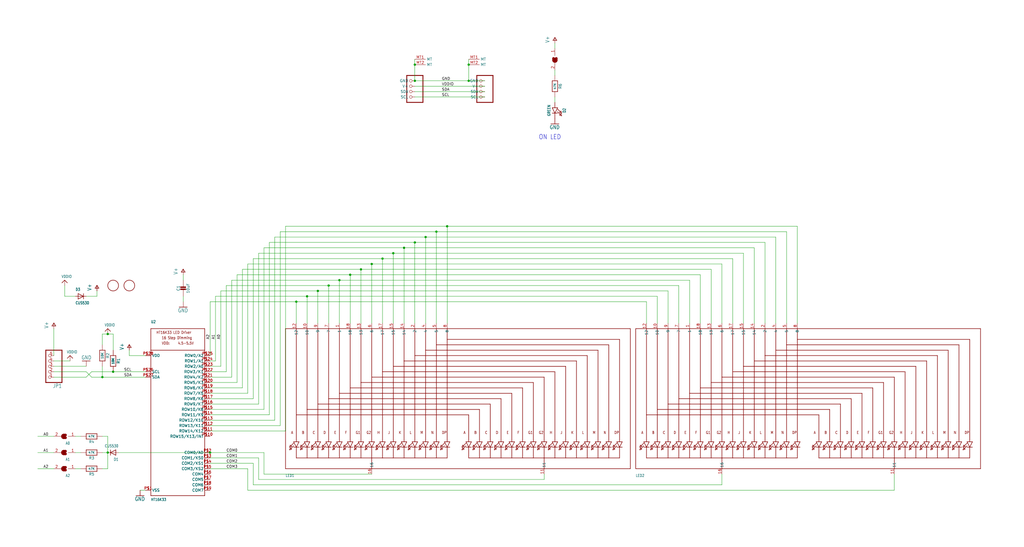
<source format=kicad_sch>
(kicad_sch (version 20230121) (generator eeschema)
  (paper "User" 482.803 257.835)
  (lib_symbols
    (symbol "working-eagle-import:CAP_CERAMIC0805-NOOUTLINE"
      (property "Reference" "C" (at -2.29 1.25 90))
      (symbol "CAP_CERAMIC0805-NOOUTLINE_1_0"
        (pin passive line (at 0 5.08 270) (length 2.54) (name "1") (number "1"))
        (pin passive line (at 0 -2.54 90) (length 2.54) (name "2") (number "2"))
      )
    )
    (symbol "working-eagle-import:DIODESOD-323F"
      (property "Reference" "D" (at -2.54 2.54 0))
      (symbol "DIODESOD-323F_1_0"
        (pin passive line (at -2.54 0 0) (length 2.54) (name "A") (number "A"))
        (pin passive line (at 2.54 0 180) (length 2.54) (name "C") (number "C"))
      )
    )
    (symbol "working-eagle-import:DISP_SEGMENT_STARBURST_DUAL_COMMONCATHODE"
      (property "Reference" "LED" (at -81.28 38.1 0))
      (symbol "DISP_SEGMENT_STARBURST_DUAL_COMMONCATHODE_1_0"
        (text "A" (at -78.74 17.78 0) (effects (font (size 1.27 1.0795)) (justify left bottom)))
        (text "A" (at 2.54 17.78 0) (effects (font (size 1.27 1.0795)) (justify left bottom)))
        (text "B" (at -73.66 17.78 0) (effects (font (size 1.27 1.0795)) (justify left bottom)))
        (text "B" (at 7.62 17.78 0) (effects (font (size 1.27 1.0795)) (justify left bottom)))
        (text "C" (at -68.58 17.78 0) (effects (font (size 1.27 1.0795)) (justify left bottom)))
        (text "C" (at 12.7 17.78 0) (effects (font (size 1.27 1.0795)) (justify left bottom)))
        (text "D" (at -63.5 17.78 0) (effects (font (size 1.27 1.0795)) (justify left bottom)))
        (text "D" (at 17.78 17.78 0) (effects (font (size 1.27 1.0795)) (justify left bottom)))
        (text "DP" (at -7.62 17.78 0) (effects (font (size 1.27 1.0795)) (justify left bottom)))
        (text "DP" (at 73.66 17.78 0) (effects (font (size 1.27 1.0795)) (justify left bottom)))
        (text "E" (at -58.42 17.78 0) (effects (font (size 1.27 1.0795)) (justify left bottom)))
        (text "E" (at 22.86 17.78 0) (effects (font (size 1.27 1.0795)) (justify left bottom)))
        (text "F" (at -53.34 17.78 0) (effects (font (size 1.27 1.0795)) (justify left bottom)))
        (text "F" (at 27.94 17.78 0) (effects (font (size 1.27 1.0795)) (justify left bottom)))
        (text "G1" (at -48.26 17.78 0) (effects (font (size 1.27 1.0795)) (justify left bottom)))
        (text "G1" (at 33.02 17.78 0) (effects (font (size 1.27 1.0795)) (justify left bottom)))
        (text "G2" (at -43.18 17.78 0) (effects (font (size 1.27 1.0795)) (justify left bottom)))
        (text "G2" (at 38.1 17.78 0) (effects (font (size 1.27 1.0795)) (justify left bottom)))
        (text "H" (at -38.1 17.78 0) (effects (font (size 1.27 1.0795)) (justify left bottom)))
        (text "H" (at 43.18 17.78 0) (effects (font (size 1.27 1.0795)) (justify left bottom)))
        (text "J" (at -33.02 17.78 0) (effects (font (size 1.27 1.0795)) (justify left bottom)))
        (text "J" (at 48.26 17.78 0) (effects (font (size 1.27 1.0795)) (justify left bottom)))
        (text "K" (at -27.94 17.78 0) (effects (font (size 1.27 1.0795)) (justify left bottom)))
        (text "K" (at 53.34 17.78 0) (effects (font (size 1.27 1.0795)) (justify left bottom)))
        (text "L" (at -22.86 17.78 0) (effects (font (size 1.27 1.0795)) (justify left bottom)))
        (text "L" (at 58.42 17.78 0) (effects (font (size 1.27 1.0795)) (justify left bottom)))
        (text "M" (at -17.78 17.78 0) (effects (font (size 1.27 1.0795)) (justify left bottom)))
        (text "M" (at 63.5 17.78 0) (effects (font (size 1.27 1.0795)) (justify left bottom)))
        (text "N" (at -12.7 17.78 0) (effects (font (size 1.27 1.0795)) (justify left bottom)))
        (text "N" (at 68.58 17.78 0) (effects (font (size 1.27 1.0795)) (justify left bottom)))
        (pin bidirectional line (at -55.88 -33.02 90) (length 2.54) (name "1") (number "1"))
        (pin bidirectional line (at -71.12 -33.02 90) (length 2.54) (name "10") (number "10"))
        (pin bidirectional line (at 40.64 38.1 270) (length 2.54) (name "11") (number "11"))
        (pin bidirectional line (at -76.2 -33.02 90) (length 2.54) (name "12") (number "12"))
        (pin bidirectional line (at -45.72 -33.02 90) (length 2.54) (name "13") (number "13"))
        (pin bidirectional line (at -25.4 -33.02 90) (length 2.54) (name "14") (number "14"))
        (pin bidirectional line (at -30.48 -33.02 90) (length 2.54) (name "15") (number "15"))
        (pin bidirectional line (at -40.64 38.1 270) (length 2.54) (name "16") (number "16"))
        (pin bidirectional line (at -35.56 -33.02 90) (length 2.54) (name "17") (number "17"))
        (pin bidirectional line (at -50.8 -33.02 90) (length 2.54) (name "18") (number "18"))
        (pin bidirectional line (at -20.32 -33.02 90) (length 2.54) (name "2") (number "2"))
        (pin bidirectional line (at -15.24 -33.02 90) (length 2.54) (name "4") (number "4"))
        (pin bidirectional line (at -10.16 -33.02 90) (length 2.54) (name "5") (number "5"))
        (pin bidirectional line (at -40.64 -33.02 90) (length 2.54) (name "6") (number "6"))
        (pin bidirectional line (at -60.96 -33.02 90) (length 2.54) (name "7") (number "7"))
        (pin bidirectional line (at -5.08 -33.02 90) (length 2.54) (name "8") (number "8"))
        (pin bidirectional line (at -66.04 -33.02 90) (length 2.54) (name "9") (number "9"))
      )
    )
    (symbol "working-eagle-import:FIDUCIAL")
    (symbol "working-eagle-import:GND" (power)
      (property "Value" "GND" (at -2.54 -2.54 0))
      (symbol "GND_1_0"
        (pin power_in line (at 0 2.54 270) (length 2.54) (name "GND") (number "1"))
      )
    )
    (symbol "working-eagle-import:HEADER-1X570MIL"
      (property "Reference" "JP" (at -6.35 8.255 0))
      (symbol "HEADER-1X570MIL_1_0"
        (pin passive inverted (at -2.54 5.08 0) (length 2.54) (name "1") (number "1"))
        (pin passive inverted (at -2.54 2.54 0) (length 2.54) (name "2") (number "2"))
        (pin passive inverted (at -2.54 0 0) (length 2.54) (name "3") (number "3"))
        (pin passive inverted (at -2.54 -2.54 0) (length 2.54) (name "4") (number "4"))
        (pin passive inverted (at -2.54 -5.08 0) (length 2.54) (name "5") (number "5"))
      )
    )
    (symbol "working-eagle-import:HT16K33_SOP28_SKINNY"
      (property "Reference" "U" (at -12.7 40.64 0))
      (symbol "HT16K33_SOP28_SKINNY_1_0"
        (text "16 Step Dimming" (at -7.62 33.02 0) (effects (font (size 1.27 1.0795)) (justify left bottom)))
        (text "4.5-5.5V" (at 0 30.48 0) (effects (font (size 1.27 1.0795)) (justify left bottom)))
        (text "HT16K33 LED Driver" (at -10.16 35.56 0) (effects (font (size 1.27 1.0795)) (justify left bottom)))
        (text "VDD:" (at -7.62 30.48 0) (effects (font (size 1.27 1.0795)) (justify left bottom)))
        (pin bidirectional line (at -15.24 -38.1 0) (length 2.54) (name "VSS") (number "P$1"))
        (pin bidirectional line (at 15.24 -12.7 180) (length 2.54) (name "ROW15/K13/INT") (number "P$10"))
        (pin bidirectional line (at 15.24 -10.16 180) (length 2.54) (name "ROW14/K12") (number "P$11"))
        (pin bidirectional line (at 15.24 -7.62 180) (length 2.54) (name "ROW13/K11") (number "P$12"))
        (pin bidirectional line (at 15.24 -5.08 180) (length 2.54) (name "ROW12/K10") (number "P$13"))
        (pin bidirectional line (at 15.24 -2.54 180) (length 2.54) (name "ROW11/K9") (number "P$14"))
        (pin bidirectional line (at 15.24 0 180) (length 2.54) (name "ROW10/K8") (number "P$15"))
        (pin bidirectional line (at 15.24 2.54 180) (length 2.54) (name "ROW9/K7") (number "P$16"))
        (pin bidirectional line (at 15.24 5.08 180) (length 2.54) (name "ROW8/K6") (number "P$17"))
        (pin bidirectional line (at 15.24 7.62 180) (length 2.54) (name "ROW7/K5") (number "P$18"))
        (pin bidirectional line (at 15.24 10.16 180) (length 2.54) (name "ROW6/K4") (number "P$19"))
        (pin bidirectional line (at 15.24 -20.32 180) (length 2.54) (name "COM0/AD") (number "P$2"))
        (pin bidirectional line (at 15.24 12.7 180) (length 2.54) (name "ROW5/K3") (number "P$20"))
        (pin bidirectional line (at 15.24 15.24 180) (length 2.54) (name "ROW4/K2") (number "P$21"))
        (pin bidirectional line (at 15.24 17.78 180) (length 2.54) (name "ROW3/K1") (number "P$22"))
        (pin bidirectional line (at 15.24 20.32 180) (length 2.54) (name "ROW2/A0") (number "P$23"))
        (pin bidirectional line (at 15.24 22.86 180) (length 2.54) (name "ROW1/A1") (number "P$24"))
        (pin bidirectional line (at 15.24 25.4 180) (length 2.54) (name "ROW0/A2") (number "P$25"))
        (pin bidirectional line (at -15.24 17.78 0) (length 2.54) (name "SCL") (number "P$26"))
        (pin bidirectional line (at -15.24 15.24 0) (length 2.54) (name "SDA") (number "P$27"))
        (pin bidirectional line (at -15.24 25.4 0) (length 2.54) (name "VDD") (number "P$28"))
        (pin bidirectional line (at 15.24 -22.86 180) (length 2.54) (name "COM1/KS0") (number "P$3"))
        (pin bidirectional line (at 15.24 -25.4 180) (length 2.54) (name "COM2/KS1") (number "P$4"))
        (pin bidirectional line (at 15.24 -27.94 180) (length 2.54) (name "COM3/KS2") (number "P$5"))
        (pin bidirectional line (at 15.24 -30.48 180) (length 2.54) (name "COM4") (number "P$6"))
        (pin bidirectional line (at 15.24 -33.02 180) (length 2.54) (name "COM5") (number "P$7"))
        (pin bidirectional line (at 15.24 -35.56 180) (length 2.54) (name "COM6") (number "P$8"))
        (pin bidirectional line (at 15.24 -38.1 180) (length 2.54) (name "COM7") (number "P$9"))
      )
    )
    (symbol "working-eagle-import:LED0603_NOOUTLINE"
      (property "Reference" "D" (at -1.27 4.445 0))
      (symbol "LED0603_NOOUTLINE_1_0"
        (pin passive line (at -5.08 0 0) (length 2.54) (name "A") (number "A"))
        (pin passive line (at 2.54 0 180) (length 2.54) (name "C") (number "C"))
      )
    )
    (symbol "working-eagle-import:RESISTOR_0603_NOOUT"
      (property "Reference" "R" (at 0 2.54 0))
      (symbol "RESISTOR_0603_NOOUT_1_0"
        (pin passive line (at -5.08 0 0) (length 2.54) (name "1") (number "1"))
        (pin passive line (at 5.08 0 180) (length 2.54) (name "2") (number "2"))
      )
    )
    (symbol "working-eagle-import:SOLDERJUMPERCLOSED"
      (property "Reference" "SJ" (at -2.54 2.54 0))
      (symbol "SOLDERJUMPERCLOSED_1_0"
        (pin passive line (at -5.08 0 0) (length 2.54) (name "1") (number "1"))
        (pin passive line (at 5.08 0 180) (length 2.54) (name "2") (number "2"))
      )
    )
    (symbol "working-eagle-import:SOLDERJUMPERREFLOW_NOPASTE"
      (property "Reference" "SJ" (at -2.54 2.54 0))
      (symbol "SOLDERJUMPERREFLOW_NOPASTE_1_0"
        (pin passive line (at -5.08 0 0) (length 2.54) (name "1") (number "1"))
        (pin passive line (at 5.08 0 180) (length 2.54) (name "2") (number "2"))
      )
    )
    (symbol "working-eagle-import:STEMMA_I2C_QTRA"
      (symbol "STEMMA_I2C_QTRA_1_0"
        (pin passive inverted (at 0 5.08 0) (length 2.54) (name "GND") (number "1"))
        (pin passive inverted (at 0 2.54 0) (length 2.54) (name "V+") (number "2"))
        (pin passive inverted (at 0 0 0) (length 2.54) (name "SDA") (number "3"))
        (pin passive inverted (at 0 -2.54 0) (length 2.54) (name "SCL") (number "4"))
      )
      (symbol "STEMMA_I2C_QTRA_2_0"
        (pin bidirectional line (at 0 0 0) (length 5.08) (name "MT") (number "MT1"))
      )
      (symbol "STEMMA_I2C_QTRA_3_0"
        (pin bidirectional line (at 0 0 0) (length 5.08) (name "MT") (number "MT2"))
      )
    )
    (symbol "working-eagle-import:V+" (power)
      (property "Value" "V+" (at -2.54 -2.54 90))
      (symbol "V+_1_0"
        (pin power_in line (at 0 -2.54 90) (length 2.54) (name "V+") (number "1"))
      )
    )
    (symbol "working-eagle-import:VDDIO" (power)
      (property "Value" "VDDIO" (at -1.524 1.016 0))
      (symbol "VDDIO_1_0"
        (pin power_in line (at 0 -2.54 90) (length 2.54) (name "VDDIO") (number "1"))
      )
    )
  )
  (junction (at 50.8 157.48))
  (junction (at 195.58 30.48))
  (junction (at 180.34 121.92))
  (junction (at 139.7 142.24))
  (junction (at 190.5 116.84))
  (junction (at 99.06 213.36))
  (junction (at 160.02 132.08))
  (junction (at 200.66 111.76))
  (junction (at 50.8 213.36))
  (junction (at 48.26 177.8))
  (junction (at 154.94 134.62))
  (junction (at 165.1 129.54))
  (junction (at 220.98 30.48))
  (junction (at 220.98 38.1))
  (junction (at 210.82 106.68))
  (junction (at 170.18 127))
  (junction (at 53.34 175.26))
  (junction (at 195.58 38.1))
  (junction (at 175.26 124.46))
  (junction (at 144.78 139.7))
  (junction (at 195.58 114.3))
  (junction (at 205.74 109.22))
  (junction (at 185.42 119.38))
  (junction (at 149.86 137.16))
  (wire (pts (xy 104.14 137.16) (xy 149.86 137.16)) (stroke (width 0.1524)))
  (wire (pts (xy 99.06 172.72) (xy 104.14 172.72)) (stroke (width 0.1524)))
  (wire (pts (xy 25.4 220.98) (xy 17.78 220.98)) (stroke (width 0.1524)))
  (wire (pts (xy 48.26 157.48) (xy 50.8 157.48)) (stroke (width 0.1524)))
  (wire (pts (xy 53.34 157.48) (xy 53.34 165.1)) (stroke (width 0.1524)))
  (wire (pts (xy 60.96 167.64) (xy 60.96 165.1)) (stroke (width 0.1524)))
  (wire (pts (xy 121.92 190.5) (xy 121.92 119.38)) (stroke (width 0.1524)))
  (wire (pts (xy 200.66 111.76) (xy 200.66 152.4)) (stroke (width 0.1524)))
  (wire (pts (xy 228.6 40.64) (xy 195.58 40.64)) (stroke (width 0.1524)))
  (wire (pts (xy 40.64 172.72) (xy 25.4 172.72)) (stroke (width 0.1524)))
  (wire (pts (xy 355.6 116.84) (xy 355.6 152.4)) (stroke (width 0.1524)))
  (wire (pts (xy 104.14 172.72) (xy 104.14 137.16)) (stroke (width 0.1524)))
  (wire (pts (xy 99.06 142.24) (xy 139.7 142.24)) (stroke (width 0.1524)))
  (wire (pts (xy 149.86 137.16) (xy 314.96 137.16)) (stroke (width 0.1524)))
  (wire (pts (xy 205.74 109.22) (xy 205.74 152.4)) (stroke (width 0.1524)))
  (wire (pts (xy 50.8 157.48) (xy 53.34 157.48)) (stroke (width 0.1524)))
  (wire (pts (xy 132.08 200.66) (xy 132.08 109.22)) (stroke (width 0.1524)))
  (wire (pts (xy 99.06 220.98) (xy 116.84 220.98)) (stroke (width 0.1524)))
  (wire (pts (xy 124.46 116.84) (xy 190.5 116.84)) (stroke (width 0.1524)))
  (wire (pts (xy 86.36 142.24) (xy 86.36 139.7)) (stroke (width 0.1524)))
  (wire (pts (xy 99.06 177.8) (xy 109.22 177.8)) (stroke (width 0.1524)))
  (wire (pts (xy 160.02 132.08) (xy 160.02 152.4)) (stroke (width 0.1524)))
  (wire (pts (xy 185.42 119.38) (xy 350.52 119.38)) (stroke (width 0.1524)))
  (wire (pts (xy 99.06 175.26) (xy 106.68 175.26)) (stroke (width 0.1524)))
  (wire (pts (xy 99.06 167.64) (xy 99.06 142.24)) (stroke (width 0.1524)))
  (wire (pts (xy 261.62 33.02) (xy 261.62 35.56)) (stroke (width 0.1524)))
  (wire (pts (xy 99.06 195.58) (xy 127 195.58)) (stroke (width 0.1524)))
  (wire (pts (xy 99.06 213.36) (xy 124.46 213.36)) (stroke (width 0.1524)))
  (wire (pts (xy 99.06 203.2) (xy 134.62 203.2)) (stroke (width 0.1524)))
  (wire (pts (xy 25.4 167.64) (xy 25.4 154.94)) (stroke (width 0.1524)))
  (wire (pts (xy 35.56 139.7) (xy 30.48 139.7)) (stroke (width 0.1524)))
  (wire (pts (xy 220.98 38.1) (xy 195.58 38.1)) (stroke (width 0.1524)))
  (wire (pts (xy 309.88 139.7) (xy 309.88 152.4)) (stroke (width 0.1524)))
  (wire (pts (xy 121.92 215.9) (xy 121.92 226.06)) (stroke (width 0.1524)))
  (wire (pts (xy 154.94 134.62) (xy 320.04 134.62)) (stroke (width 0.1524)))
  (wire (pts (xy 99.06 200.66) (xy 132.08 200.66)) (stroke (width 0.1524)))
  (wire (pts (xy 119.38 218.44) (xy 119.38 228.6)) (stroke (width 0.1524)))
  (wire (pts (xy 421.64 231.14) (xy 421.64 223.52)) (stroke (width 0.1524)))
  (wire (pts (xy 325.12 132.08) (xy 325.12 152.4)) (stroke (width 0.1524)))
  (wire (pts (xy 345.44 121.92) (xy 345.44 152.4)) (stroke (width 0.1524)))
  (wire (pts (xy 30.48 139.7) (xy 30.48 134.62)) (stroke (width 0.1524)))
  (wire (pts (xy 190.5 116.84) (xy 190.5 152.4)) (stroke (width 0.1524)))
  (wire (pts (xy 55.88 213.36) (xy 99.06 213.36)) (stroke (width 0.1524)))
  (wire (pts (xy 48.26 162.56) (xy 48.26 157.48)) (stroke (width 0.1524)))
  (wire (pts (xy 134.62 203.2) (xy 134.62 106.68)) (stroke (width 0.1524)))
  (wire (pts (xy 370.84 109.22) (xy 370.84 152.4)) (stroke (width 0.1524)))
  (wire (pts (xy 116.84 185.42) (xy 116.84 124.46)) (stroke (width 0.1524)))
  (wire (pts (xy 114.3 182.88) (xy 114.3 127)) (stroke (width 0.1524)))
  (wire (pts (xy 360.68 114.3) (xy 360.68 152.4)) (stroke (width 0.1524)))
  (wire (pts (xy 124.46 193.04) (xy 124.46 116.84)) (stroke (width 0.1524)))
  (wire (pts (xy 210.82 106.68) (xy 210.82 152.4)) (stroke (width 0.1524)))
  (wire (pts (xy 124.46 213.36) (xy 124.46 223.52)) (stroke (width 0.1524)))
  (wire (pts (xy 261.62 48.26) (xy 261.62 45.72)) (stroke (width 0.1524)))
  (wire (pts (xy 228.6 38.1) (xy 220.98 38.1)) (stroke (width 0.1524)))
  (wire (pts (xy 109.22 177.8) (xy 109.22 132.08)) (stroke (width 0.1524)))
  (wire (pts (xy 228.6 45.72) (xy 195.58 45.72)) (stroke (width 0.1524)))
  (wire (pts (xy 220.98 38.1) (xy 220.98 30.48)) (stroke (width 0.1524)))
  (wire (pts (xy 220.98 30.48) (xy 220.98 27.94)) (stroke (width 0.1524)))
  (wire (pts (xy 340.36 124.46) (xy 340.36 152.4)) (stroke (width 0.1524)))
  (wire (pts (xy 66.04 231.14) (xy 68.58 231.14)) (stroke (width 0.1524)))
  (wire (pts (xy 106.68 175.26) (xy 106.68 134.62)) (stroke (width 0.1524)))
  (wire (pts (xy 170.18 127) (xy 335.28 127)) (stroke (width 0.1524)))
  (wire (pts (xy 99.06 182.88) (xy 114.3 182.88)) (stroke (width 0.1524)))
  (wire (pts (xy 195.58 114.3) (xy 360.68 114.3)) (stroke (width 0.1524)))
  (wire (pts (xy 180.34 121.92) (xy 345.44 121.92)) (stroke (width 0.1524)))
  (wire (pts (xy 124.46 223.52) (xy 175.26 223.52)) (stroke (width 0.1524)))
  (wire (pts (xy 38.1 220.98) (xy 35.56 220.98)) (stroke (width 0.1524)))
  (wire (pts (xy 38.1 205.74) (xy 35.56 205.74)) (stroke (width 0.1524)))
  (wire (pts (xy 45.72 139.7) (xy 40.64 139.7)) (stroke (width 0.1524)))
  (wire (pts (xy 175.26 124.46) (xy 175.26 152.4)) (stroke (width 0.1524)))
  (wire (pts (xy 144.78 139.7) (xy 144.78 152.4)) (stroke (width 0.1524)))
  (wire (pts (xy 195.58 27.94) (xy 195.58 30.48)) (stroke (width 0.1524)))
  (wire (pts (xy 144.78 139.7) (xy 309.88 139.7)) (stroke (width 0.1524)))
  (wire (pts (xy 50.8 213.36) (xy 50.8 205.74)) (stroke (width 0.1524)))
  (wire (pts (xy 314.96 137.16) (xy 314.96 152.4)) (stroke (width 0.1524)))
  (wire (pts (xy 99.06 218.44) (xy 119.38 218.44)) (stroke (width 0.1524)))
  (wire (pts (xy 99.06 180.34) (xy 111.76 180.34)) (stroke (width 0.1524)))
  (wire (pts (xy 195.58 30.48) (xy 195.58 38.1)) (stroke (width 0.1524)))
  (wire (pts (xy 111.76 129.54) (xy 165.1 129.54)) (stroke (width 0.1524)))
  (wire (pts (xy 365.76 111.76) (xy 365.76 152.4)) (stroke (width 0.1524)))
  (wire (pts (xy 99.06 190.5) (xy 121.92 190.5)) (stroke (width 0.1524)))
  (wire (pts (xy 165.1 129.54) (xy 330.2 129.54)) (stroke (width 0.1524)))
  (wire (pts (xy 119.38 228.6) (xy 340.36 228.6)) (stroke (width 0.1524)))
  (wire (pts (xy 25.4 175.26) (xy 40.64 175.26)) (stroke (width 0.1524)))
  (wire (pts (xy 68.58 175.26) (xy 53.34 175.26)) (stroke (width 0.1524)))
  (wire (pts (xy 33.02 170.18) (xy 25.4 170.18)) (stroke (width 0.1524)))
  (wire (pts (xy 99.06 198.12) (xy 129.54 198.12)) (stroke (width 0.1524)))
  (wire (pts (xy 335.28 127) (xy 335.28 152.4)) (stroke (width 0.1524)))
  (wire (pts (xy 132.08 109.22) (xy 205.74 109.22)) (stroke (width 0.1524)))
  (wire (pts (xy 116.84 231.14) (xy 421.64 231.14)) (stroke (width 0.1524)))
  (wire (pts (xy 119.38 121.92) (xy 180.34 121.92)) (stroke (width 0.1524)))
  (wire (pts (xy 68.58 177.8) (xy 48.26 177.8)) (stroke (width 0.1524)))
  (wire (pts (xy 261.62 20.32) (xy 261.62 22.86)) (stroke (width 0.1524)))
  (wire (pts (xy 129.54 111.76) (xy 200.66 111.76)) (stroke (width 0.1524)))
  (wire (pts (xy 45.72 137.16) (xy 45.72 139.7)) (stroke (width 0.1524)))
  (wire (pts (xy 50.8 220.98) (xy 50.8 213.36)) (stroke (width 0.1524)))
  (wire (pts (xy 195.58 114.3) (xy 195.58 152.4)) (stroke (width 0.1524)))
  (wire (pts (xy 116.84 124.46) (xy 175.26 124.46)) (stroke (width 0.1524)))
  (wire (pts (xy 53.34 175.26) (xy 43.18 175.26)) (stroke (width 0.1524)))
  (wire (pts (xy 111.76 180.34) (xy 111.76 129.54)) (stroke (width 0.1524)))
  (wire (pts (xy 180.34 121.92) (xy 180.34 152.4)) (stroke (width 0.1524)))
  (wire (pts (xy 127 195.58) (xy 127 114.3)) (stroke (width 0.1524)))
  (wire (pts (xy 114.3 127) (xy 170.18 127)) (stroke (width 0.1524)))
  (wire (pts (xy 190.5 116.84) (xy 355.6 116.84)) (stroke (width 0.1524)))
  (wire (pts (xy 200.66 111.76) (xy 365.76 111.76)) (stroke (width 0.1524)))
  (wire (pts (xy 99.06 193.04) (xy 124.46 193.04)) (stroke (width 0.1524)))
  (wire (pts (xy 320.04 134.62) (xy 320.04 152.4)) (stroke (width 0.1524)))
  (wire (pts (xy 25.4 213.36) (xy 17.78 213.36)) (stroke (width 0.1524)))
  (wire (pts (xy 121.92 226.06) (xy 256.54 226.06)) (stroke (width 0.1524)))
  (wire (pts (xy 205.74 109.22) (xy 370.84 109.22)) (stroke (width 0.1524)))
  (wire (pts (xy 170.18 127) (xy 170.18 152.4)) (stroke (width 0.1524)))
  (wire (pts (xy 127 114.3) (xy 195.58 114.3)) (stroke (width 0.1524)))
  (wire (pts (xy 48.26 220.98) (xy 50.8 220.98)) (stroke (width 0.1524)))
  (wire (pts (xy 101.6 139.7) (xy 144.78 139.7)) (stroke (width 0.1524)))
  (wire (pts (xy 350.52 119.38) (xy 350.52 152.4)) (stroke (width 0.1524)))
  (wire (pts (xy 160.02 132.08) (xy 325.12 132.08)) (stroke (width 0.1524)))
  (wire (pts (xy 154.94 134.62) (xy 154.94 152.4)) (stroke (width 0.1524)))
  (wire (pts (xy 149.86 137.16) (xy 149.86 152.4)) (stroke (width 0.1524)))
  (wire (pts (xy 340.36 228.6) (xy 340.36 223.52)) (stroke (width 0.1524)))
  (wire (pts (xy 119.38 187.96) (xy 119.38 121.92)) (stroke (width 0.1524)))
  (wire (pts (xy 129.54 198.12) (xy 129.54 111.76)) (stroke (width 0.1524)))
  (wire (pts (xy 48.26 205.74) (xy 50.8 205.74)) (stroke (width 0.1524)))
  (wire (pts (xy 48.26 177.8) (xy 48.26 172.72)) (stroke (width 0.1524)))
  (wire (pts (xy 48.26 213.36) (xy 50.8 213.36)) (stroke (width 0.1524)))
  (wire (pts (xy 99.06 187.96) (xy 119.38 187.96)) (stroke (width 0.1524)))
  (wire (pts (xy 304.8 142.24) (xy 304.8 152.4)) (stroke (width 0.1524)))
  (wire (pts (xy 134.62 106.68) (xy 210.82 106.68)) (stroke (width 0.1524)))
  (wire (pts (xy 99.06 215.9) (xy 121.92 215.9)) (stroke (width 0.1524)))
  (wire (pts (xy 116.84 220.98) (xy 116.84 231.14)) (stroke (width 0.1524)))
  (wire (pts (xy 101.6 170.18) (xy 101.6 139.7)) (stroke (width 0.1524)))
  (wire (pts (xy 139.7 142.24) (xy 304.8 142.24)) (stroke (width 0.1524)))
  (wire (pts (xy 40.64 177.8) (xy 25.4 177.8)) (stroke (width 0.1524)))
  (wire (pts (xy 175.26 124.46) (xy 340.36 124.46)) (stroke (width 0.1524)))
  (wire (pts (xy 86.36 129.54) (xy 86.36 132.08)) (stroke (width 0.1524)))
  (wire (pts (xy 43.18 175.26) (xy 40.64 177.8)) (stroke (width 0.1524)))
  (wire (pts (xy 375.92 106.68) (xy 375.92 152.4)) (stroke (width 0.1524)))
  (wire (pts (xy 139.7 142.24) (xy 139.7 152.4)) (stroke (width 0.1524)))
  (wire (pts (xy 43.18 177.8) (xy 48.26 177.8)) (stroke (width 0.1524)))
  (wire (pts (xy 121.92 119.38) (xy 185.42 119.38)) (stroke (width 0.1524)))
  (wire (pts (xy 228.6 43.18) (xy 195.58 43.18)) (stroke (width 0.1524)))
  (wire (pts (xy 17.78 205.74) (xy 25.4 205.74)) (stroke (width 0.1524)))
  (wire (pts (xy 99.06 185.42) (xy 116.84 185.42)) (stroke (width 0.1524)))
  (wire (pts (xy 40.64 175.26) (xy 43.18 177.8)) (stroke (width 0.1524)))
  (wire (pts (xy 330.2 129.54) (xy 330.2 152.4)) (stroke (width 0.1524)))
  (wire (pts (xy 109.22 132.08) (xy 160.02 132.08)) (stroke (width 0.1524)))
  (wire (pts (xy 106.68 134.62) (xy 154.94 134.62)) (stroke (width 0.1524)))
  (wire (pts (xy 165.1 129.54) (xy 165.1 152.4)) (stroke (width 0.1524)))
  (wire (pts (xy 185.42 119.38) (xy 185.42 152.4)) (stroke (width 0.1524)))
  (wire (pts (xy 210.82 106.68) (xy 375.92 106.68)) (stroke (width 0.1524)))
  (wire (pts (xy 99.06 170.18) (xy 101.6 170.18)) (stroke (width 0.1524)))
  (wire (pts (xy 68.58 167.64) (xy 60.96 167.64)) (stroke (width 0.1524)))
  (wire (pts (xy 256.54 226.06) (xy 256.54 223.52)) (stroke (width 0.1524)))
  (wire (pts (xy 38.1 213.36) (xy 35.56 213.36)) (stroke (width 0.1524)))
  (text "ON LED" (at 254 66.04 0) (effects (font (size 2.1844 1.8567)) (justify left bottom)))
  (label "VDDIO" (at 208.28 40.64 0) (effects (font (size 1.2446 1.2446))))
  (label "COM1" (at 106.68 215.9 0) (effects (font (size 1.2446 1.2446))))
  (label "SCL" (at 208.28 45.72 0) (effects (font (size 1.2446 1.2446))))
  (label "SDA" (at 208.28 43.18 0) (effects (font (size 1.2446 1.2446))))
  (label "A2" (at 99.06 160.02 90) (effects (font (size 1.2446 1.2446))))
  (label "A2" (at 22.86 220.98 180) (effects (font (size 1.2446 1.2446))))
  (label "COM2" (at 106.68 218.44 0) (effects (font (size 1.2446 1.2446))))
  (label "A0" (at 104.14 160.02 90) (effects (font (size 1.2446 1.2446))))
  (label "COM0" (at 106.68 213.36 0) (effects (font (size 1.2446 1.2446))))
  (label "A1" (at 101.6 160.02 90) (effects (font (size 1.2446 1.2446))))
  (label "GND" (at 208.28 38.1 0) (effects (font (size 1.2446 1.2446))))
  (label "SDA" (at 58.42 177.8 0) (effects (font (size 1.2446 1.2446))))
  (label "A1" (at 22.86 213.36 180) (effects (font (size 1.2446 1.2446))))
  (label "COM3" (at 106.68 220.98 0) (effects (font (size 1.2446 1.2446))))
  (label "SCL" (at 58.42 175.26 0) (effects (font (size 1.2446 1.2446))))
  (label "A0" (at 22.86 205.74 180) (effects (font (size 1.2446 1.2446))))
  (symbol (lib_id "working-eagle-import:DISP_SEGMENT_STARBURST_DUAL_COMMONCATHODE") (at 381 185.42 0) (mirror x) (unit 1)
    (property "Reference" "LED2" (at 299.72 223.52 0) (effects (font (size 1.27 1.0795)) (justify left bottom)))
    (property "Value" "DISP_SEGMENT_STARBURST_DUAL_COMMONCATHODE" (effects hide))
    (property "Footprint" "working:SEGMENT_STARTBUST_DUAL_KWA-541CBB" (effects hide))
  )
  (symbol (lib_id "working-eagle-import:V+") (at 45.72 134.62 0) (unit 1)
    (property "Reference" "#P+2" (effects hide))
    (property "Value" "V+" (at 43.18 137.16 90) (effects (font (size 1.778 1.5113)) (justify left bottom)))
  )
  (symbol (lib_id "working-eagle-import:DIODESOD-323F") (at 53.34 213.36 180) (unit 1)
    (property "Reference" "D1" (at 55.88 215.9 0) (effects (font (size 1.27 1.0795)) (justify left bottom)))
    (property "Value" "CUS530" (at 55.88 209.55 0) (effects (font (size 1.27 1.0795)) (justify left bottom)))
    (property "Footprint" "working:SOD-323F" (effects hide))
  )
  (symbol (lib_id "working-eagle-import:STEMMA_I2C_QTRA") (at 220.98 27.94 0) (unit 2)
    (property "Reference" "CONN2" (effects hide))
    (property "Value" "STEMMA_I2C_QTRA" (effects hide))
    (property "Footprint" "working:JST_SH4_RA" (effects hide))
  )
  (symbol (lib_id "working-eagle-import:LED0603_NOOUTLINE") (at 261.62 53.34 270) (unit 1)
    (property "Reference" "D2" (at 266.065 52.07 0) (effects (font (size 1.27 1.0795))))
    (property "Value" "GREEN" (at 258.826 52.07 0) (effects (font (size 1.27 1.0795))))
    (property "Footprint" "working:CHIPLED_0603_NOOUTLINE" (effects hide))
  )
  (symbol (lib_id "working-eagle-import:STEMMA_I2C_QTRA") (at 195.58 43.18 0) (mirror y) (unit 1)
    (property "Reference" "CONN1" (effects hide))
    (property "Value" "STEMMA_I2C_QTRA" (effects hide))
    (property "Footprint" "working:JST_SH4_RA" (effects hide))
  )
  (symbol (lib_id "working-eagle-import:VDDIO") (at 50.8 154.94 0) (unit 1)
    (property "Reference" "#U$5" (effects hide))
    (property "Value" "VDDIO" (at 49.276 153.924 0) (effects (font (size 1.27 1.0795)) (justify left bottom)))
  )
  (symbol (lib_id "working-eagle-import:VDDIO") (at 30.48 132.08 0) (unit 1)
    (property "Reference" "#U$4" (effects hide))
    (property "Value" "VDDIO" (at 28.956 131.064 0) (effects (font (size 1.27 1.0795)) (justify left bottom)))
  )
  (symbol (lib_id "working-eagle-import:SOLDERJUMPERCLOSED") (at 261.62 27.94 270) (unit 1)
    (property "Reference" "LEDJMP0" (effects hide))
    (property "Value" "SOLDERJUMPERCLOSED" (effects hide))
    (property "Footprint" "working:SOLDERJUMPER_CLOSEDWIRE" (effects hide))
  )
  (symbol (lib_id "working-eagle-import:GND") (at 66.04 233.68 0) (unit 1)
    (property "Reference" "#GND5" (effects hide))
    (property "Value" "GND" (at 63.5 236.22 0) (effects (font (size 1.778 1.5113)) (justify left bottom)))
  )
  (symbol (lib_id "working-eagle-import:STEMMA_I2C_QTRA") (at 195.58 27.94 0) (unit 2)
    (property "Reference" "CONN1" (effects hide))
    (property "Value" "STEMMA_I2C_QTRA" (effects hide))
    (property "Footprint" "working:JST_SH4_RA" (effects hide))
  )
  (symbol (lib_id "working-eagle-import:CAP_CERAMIC0805-NOOUTLINE") (at 86.36 137.16 0) (unit 1)
    (property "Reference" "C1" (at 84.07 135.91 90))
    (property "Value" "10uF" (at 88.66 135.91 90))
    (property "Footprint" "working:0805-NO" (effects hide))
  )
  (symbol (lib_id "working-eagle-import:RESISTOR_0603_NOOUT") (at 43.18 213.36 180) (unit 1)
    (property "Reference" "R3" (at 43.18 215.9 0))
    (property "Value" "47K" (at 43.18 213.36 0) (effects (font (size 1.016 1.016) bold)))
    (property "Footprint" "working:0603-NO" (effects hide))
  )
  (symbol (lib_id "working-eagle-import:RESISTOR_0603_NOOUT") (at 48.26 167.64 270) (unit 1)
    (property "Reference" "R2" (at 50.8 167.64 0))
    (property "Value" "10K" (at 48.26 167.64 0) (effects (font (size 1.016 1.016) bold)))
    (property "Footprint" "working:0603-NO" (effects hide))
  )
  (symbol (lib_id "working-eagle-import:GND") (at 40.64 170.18 180) (unit 1)
    (property "Reference" "#GND2" (effects hide))
    (property "Value" "GND" (at 43.18 167.64 0) (effects (font (size 1.778 1.5113)) (justify left bottom)))
  )
  (symbol (lib_id "working-eagle-import:RESISTOR_0603_NOOUT") (at 53.34 170.18 270) (unit 1)
    (property "Reference" "R1" (at 55.88 170.18 0))
    (property "Value" "10K" (at 53.34 170.18 0) (effects (font (size 1.016 1.016) bold)))
    (property "Footprint" "working:0603-NO" (effects hide))
  )
  (symbol (lib_id "working-eagle-import:HT16K33_SOP28_SKINNY") (at 83.82 193.04 0) (unit 1)
    (property "Reference" "U2" (at 71.12 152.4 0) (effects (font (size 1.27 1.0795)) (justify left bottom)))
    (property "Value" "HT16K33" (at 71.12 236.22 0) (effects (font (size 1.27 1.0795)) (justify left bottom)))
    (property "Footprint" "working:SOP28_300MIL_SKINNY" (effects hide))
  )
  (symbol (lib_id "working-eagle-import:SOLDERJUMPERREFLOW_NOPASTE") (at 30.48 205.74 180) (unit 1)
    (property "Reference" "A0" (at 33.02 208.28 0) (effects (font (size 1.27 1.0795)) (justify left bottom)))
    (property "Value" "SOLDERJUMPERREFLOW_NOPASTE" (effects hide))
    (property "Footprint" "working:SOLDERJUMPER_REFLOW_NOPASTE" (effects hide))
  )
  (symbol (lib_id "working-eagle-import:RESISTOR_0603_NOOUT") (at 43.18 220.98 180) (unit 1)
    (property "Reference" "R5" (at 43.18 223.52 0))
    (property "Value" "47K" (at 43.18 220.98 0) (effects (font (size 1.016 1.016) bold)))
    (property "Footprint" "working:0603-NO" (effects hide))
  )
  (symbol (lib_id "working-eagle-import:V+") (at 261.62 17.78 0) (unit 1)
    (property "Reference" "#P+5" (effects hide))
    (property "Value" "V+" (at 259.08 20.32 90) (effects (font (size 1.778 1.5113)) (justify left bottom)))
  )
  (symbol (lib_id "working-eagle-import:V+") (at 60.96 162.56 0) (unit 1)
    (property "Reference" "#P+4" (effects hide))
    (property "Value" "V+" (at 58.42 165.1 90) (effects (font (size 1.778 1.5113)) (justify left bottom)))
  )
  (symbol (lib_id "working-eagle-import:SOLDERJUMPERREFLOW_NOPASTE") (at 30.48 213.36 180) (unit 1)
    (property "Reference" "A1" (at 33.02 215.9 0) (effects (font (size 1.27 1.0795)) (justify left bottom)))
    (property "Value" "SOLDERJUMPERREFLOW_NOPASTE" (effects hide))
    (property "Footprint" "working:SOLDERJUMPER_REFLOW_NOPASTE" (effects hide))
  )
  (symbol (lib_id "working-eagle-import:FIDUCIAL") (at 53.34 134.62 0) (unit 1)
    (property "Reference" "U$1" (effects hide))
    (property "Value" "FIDUCIAL" (effects hide))
    (property "Footprint" "working:FIDUCIAL_1MM" (effects hide))
  )
  (symbol (lib_id "working-eagle-import:STEMMA_I2C_QTRA") (at 228.6 43.18 0) (mirror y) (unit 1)
    (property "Reference" "CONN2" (effects hide))
    (property "Value" "STEMMA_I2C_QTRA" (effects hide))
    (property "Footprint" "working:JST_SH4_RA" (effects hide))
  )
  (symbol (lib_id "working-eagle-import:RESISTOR_0603_NOOUT") (at 261.62 40.64 270) (unit 1)
    (property "Reference" "R6" (at 264.16 40.64 0))
    (property "Value" "47K" (at 261.62 40.64 0) (effects (font (size 1.016 1.016) bold)))
    (property "Footprint" "working:0603-NO" (effects hide))
  )
  (symbol (lib_id "working-eagle-import:STEMMA_I2C_QTRA") (at 220.98 30.48 0) (unit 3)
    (property "Reference" "CONN2" (effects hide))
    (property "Value" "STEMMA_I2C_QTRA" (effects hide))
    (property "Footprint" "working:JST_SH4_RA" (effects hide))
  )
  (symbol (lib_id "working-eagle-import:STEMMA_I2C_QTRA") (at 195.58 30.48 0) (unit 3)
    (property "Reference" "CONN1" (effects hide))
    (property "Value" "STEMMA_I2C_QTRA" (effects hide))
    (property "Footprint" "working:JST_SH4_RA" (effects hide))
  )
  (symbol (lib_id "working-eagle-import:FIDUCIAL") (at 60.96 134.62 0) (unit 1)
    (property "Reference" "U$2" (effects hide))
    (property "Value" "FIDUCIAL" (effects hide))
    (property "Footprint" "working:FIDUCIAL_1MM" (effects hide))
  )
  (symbol (lib_id "working-eagle-import:DISP_SEGMENT_STARBURST_DUAL_COMMONCATHODE") (at 215.9 185.42 0) (mirror x) (unit 1)
    (property "Reference" "LED1" (at 134.62 223.52 0) (effects (font (size 1.27 1.0795)) (justify left bottom)))
    (property "Value" "DISP_SEGMENT_STARBURST_DUAL_COMMONCATHODE" (effects hide))
    (property "Footprint" "working:SEGMENT_STARTBUST_DUAL_KWA-541CBB" (effects hide))
  )
  (symbol (lib_id "working-eagle-import:GND") (at 261.62 58.42 0) (unit 1)
    (property "Reference" "#GND6" (effects hide))
    (property "Value" "GND" (at 259.08 60.96 0) (effects (font (size 1.778 1.5113)) (justify left bottom)))
  )
  (symbol (lib_id "working-eagle-import:V+") (at 86.36 127 0) (unit 1)
    (property "Reference" "#P+1" (effects hide))
    (property "Value" "V+" (at 83.82 129.54 90) (effects (font (size 1.778 1.5113)) (justify left bottom)))
  )
  (symbol (lib_id "working-eagle-import:HEADER-1X570MIL") (at 22.86 172.72 180) (unit 1)
    (property "Reference" "JP1" (at 29.21 180.975 0) (effects (font (size 1.778 1.5113)) (justify left bottom)))
    (property "Value" "HEADER-1X570MIL" (effects hide))
    (property "Footprint" "working:1X05_ROUND_70" (effects hide))
  )
  (symbol (lib_id "working-eagle-import:DIODESOD-323F") (at 38.1 139.7 0) (unit 1)
    (property "Reference" "D3" (at 35.56 137.16 0) (effects (font (size 1.27 1.0795)) (justify left bottom)))
    (property "Value" "CUS530" (at 35.56 143.51 0) (effects (font (size 1.27 1.0795)) (justify left bottom)))
    (property "Footprint" "working:SOD-323F" (effects hide))
  )
  (symbol (lib_id "working-eagle-import:V+") (at 25.4 152.4 0) (unit 1)
    (property "Reference" "#P+3" (effects hide))
    (property "Value" "V+" (at 22.86 154.94 90) (effects (font (size 1.778 1.5113)) (justify left bottom)))
  )
  (symbol (lib_id "working-eagle-import:SOLDERJUMPERREFLOW_NOPASTE") (at 30.48 220.98 180) (unit 1)
    (property "Reference" "A2" (at 33.02 223.52 0) (effects (font (size 1.27 1.0795)) (justify left bottom)))
    (property "Value" "SOLDERJUMPERREFLOW_NOPASTE" (effects hide))
    (property "Footprint" "working:SOLDERJUMPER_REFLOW_NOPASTE" (effects hide))
  )
  (symbol (lib_id "working-eagle-import:VDDIO") (at 33.02 167.64 0) (unit 1)
    (property "Reference" "#U$9" (effects hide))
    (property "Value" "VDDIO" (at 31.496 166.624 0) (effects (font (size 1.27 1.0795)) (justify left bottom)))
  )
  (symbol (lib_id "working-eagle-import:RESISTOR_0603_NOOUT") (at 43.18 205.74 180) (unit 1)
    (property "Reference" "R4" (at 43.18 208.28 0))
    (property "Value" "47K" (at 43.18 205.74 0) (effects (font (size 1.016 1.016) bold)))
    (property "Footprint" "working:0603-NO" (effects hide))
  )
  (symbol (lib_id "working-eagle-import:GND") (at 86.36 144.78 0) (unit 1)
    (property "Reference" "#GND3" (effects hide))
    (property "Value" "GND" (at 83.82 147.32 0) (effects (font (size 1.778 1.5113)) (justify left bottom)))
  )
)
</source>
